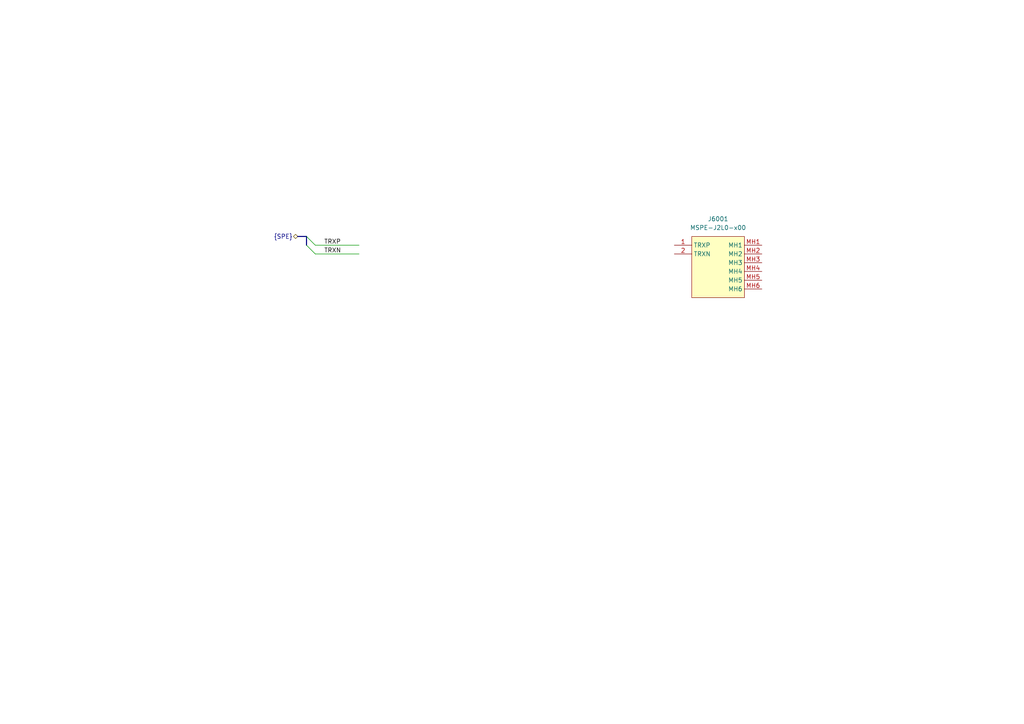
<source format=kicad_sch>
(kicad_sch
	(version 20250114)
	(generator "eeschema")
	(generator_version "9.0")
	(uuid "9faa1aa6-56a6-4dcf-b92e-33e6ac2ae9c4")
	(paper "A4")
	(lib_symbols
		(symbol "ETH-CONN:MSPE-J2L0-x00"
			(exclude_from_sim no)
			(in_bom yes)
			(on_board yes)
			(property "Reference" "J"
				(at 0 5.08 0)
				(effects
					(font
						(size 1.27 1.27)
					)
				)
			)
			(property "Value" "MSPE-J2L0-x00"
				(at 0 2.54 0)
				(effects
					(font
						(size 1.27 1.27)
					)
				)
			)
			(property "Footprint" "project_footprints:MSPEJ2L0x00"
				(at 21.59 -94.92 0)
				(effects
					(font
						(size 1.27 1.27)
					)
					(justify left top)
					(hide yes)
				)
			)
			(property "Datasheet" "https://cdn.amphenol-icc.com/media/wysiwyg/files/drawing/p-mspe-j2l0-b00.pdf"
				(at 21.59 -194.92 0)
				(effects
					(font
						(size 1.27 1.27)
					)
					(justify left top)
					(hide yes)
				)
			)
			(property "Description" "Modular Connectors / Ethernet Connectors MSPE SGL PAIR ETHERNET CABLE"
				(at 0 -20.32 0)
				(effects
					(font
						(size 1.27 1.27)
					)
					(hide yes)
				)
			)
			(property "Height" "6.55"
				(at 21.59 -394.92 0)
				(effects
					(font
						(size 1.27 1.27)
					)
					(justify left top)
					(hide yes)
				)
			)
			(property "Mouser Part Number" "523-MSPE-J2L0-B00"
				(at 21.59 -494.92 0)
				(effects
					(font
						(size 1.27 1.27)
					)
					(justify left top)
					(hide yes)
				)
			)
			(property "Mouser Price/Stock" "https://www.mouser.co.uk/ProductDetail/Amphenol-Commercial-Products/MSPE-J2L0-B00?qs=e8oIoAS2J1QiQnwI3t%2FVjA%3D%3D"
				(at 21.59 -594.92 0)
				(effects
					(font
						(size 1.27 1.27)
					)
					(justify left top)
					(hide yes)
				)
			)
			(property "Manufacturer_Name" "Amphenol"
				(at 21.59 -694.92 0)
				(effects
					(font
						(size 1.27 1.27)
					)
					(justify left top)
					(hide yes)
				)
			)
			(property "Manufacturer_Part_Number" "MSPE-J2L0-B00"
				(at 21.59 -794.92 0)
				(effects
					(font
						(size 1.27 1.27)
					)
					(justify left top)
					(hide yes)
				)
			)
			(symbol "MSPE-J2L0-x00_1_1"
				(rectangle
					(start -7.62 0)
					(end 7.62 -17.78)
					(stroke
						(width 0)
						(type solid)
					)
					(fill
						(type background)
					)
				)
				(pin passive line
					(at -12.7 -2.54 0)
					(length 5.08)
					(name "TRXP"
						(effects
							(font
								(size 1.27 1.27)
							)
						)
					)
					(number "1"
						(effects
							(font
								(size 1.27 1.27)
							)
						)
					)
				)
				(pin passive line
					(at -12.7 -5.08 0)
					(length 5.08)
					(name "TRXN"
						(effects
							(font
								(size 1.27 1.27)
							)
						)
					)
					(number "2"
						(effects
							(font
								(size 1.27 1.27)
							)
						)
					)
				)
				(pin passive line
					(at 12.7 -2.54 180)
					(length 5.08)
					(name "MH1"
						(effects
							(font
								(size 1.27 1.27)
							)
						)
					)
					(number "MH1"
						(effects
							(font
								(size 1.27 1.27)
							)
						)
					)
				)
				(pin passive line
					(at 12.7 -5.08 180)
					(length 5.08)
					(name "MH2"
						(effects
							(font
								(size 1.27 1.27)
							)
						)
					)
					(number "MH2"
						(effects
							(font
								(size 1.27 1.27)
							)
						)
					)
				)
				(pin passive line
					(at 12.7 -7.62 180)
					(length 5.08)
					(name "MH3"
						(effects
							(font
								(size 1.27 1.27)
							)
						)
					)
					(number "MH3"
						(effects
							(font
								(size 1.27 1.27)
							)
						)
					)
				)
				(pin passive line
					(at 12.7 -10.16 180)
					(length 5.08)
					(name "MH4"
						(effects
							(font
								(size 1.27 1.27)
							)
						)
					)
					(number "MH4"
						(effects
							(font
								(size 1.27 1.27)
							)
						)
					)
				)
				(pin passive line
					(at 12.7 -12.7 180)
					(length 5.08)
					(name "MH5"
						(effects
							(font
								(size 1.27 1.27)
							)
						)
					)
					(number "MH5"
						(effects
							(font
								(size 1.27 1.27)
							)
						)
					)
				)
				(pin passive line
					(at 12.7 -15.24 180)
					(length 5.08)
					(name "MH6"
						(effects
							(font
								(size 1.27 1.27)
							)
						)
					)
					(number "MH6"
						(effects
							(font
								(size 1.27 1.27)
							)
						)
					)
				)
			)
			(embedded_fonts no)
		)
	)
	(bus_entry
		(at 88.9 71.12)
		(size 2.54 2.54)
		(stroke
			(width 0)
			(type default)
		)
		(uuid "07576da8-8c1e-4d15-9643-11779609d8e6")
	)
	(bus_entry
		(at 88.9 68.58)
		(size 2.54 2.54)
		(stroke
			(width 0)
			(type default)
		)
		(uuid "be2dda41-360a-43c6-92b8-2b72919459fb")
	)
	(wire
		(pts
			(xy 91.44 71.12) (xy 104.14 71.12)
		)
		(stroke
			(width 0)
			(type default)
		)
		(uuid "0e967727-c9b7-4ae1-ba4f-0c651416fc30")
	)
	(bus
		(pts
			(xy 88.9 68.58) (xy 88.9 71.12)
		)
		(stroke
			(width 0)
			(type default)
		)
		(uuid "8de5fe5e-c906-42aa-b21d-83e76c5beb75")
	)
	(bus
		(pts
			(xy 86.36 68.58) (xy 88.9 68.58)
		)
		(stroke
			(width 0)
			(type default)
		)
		(uuid "a0298db3-c76e-4332-bc1d-d4bb6228db9b")
	)
	(wire
		(pts
			(xy 91.44 73.66) (xy 104.14 73.66)
		)
		(stroke
			(width 0)
			(type default)
		)
		(uuid "b946a03e-f17b-46c4-b578-ede1eae739c3")
	)
	(label "TRXN"
		(at 93.98 73.66 0)
		(effects
			(font
				(size 1.27 1.27)
			)
			(justify left bottom)
		)
		(uuid "c5e11507-369d-4bc7-8e5d-df1ae2258fce")
	)
	(label "TRXP"
		(at 93.98 71.12 0)
		(effects
			(font
				(size 1.27 1.27)
			)
			(justify left bottom)
		)
		(uuid "de99983e-5d97-4cea-8d03-d4c8264b2b56")
	)
	(hierarchical_label "{SPE}"
		(shape bidirectional)
		(at 86.36 68.58 180)
		(effects
			(font
				(size 1.27 1.27)
			)
			(justify right)
		)
		(uuid "3ac9eb33-9852-4014-96e3-700de3423d39")
	)
	(symbol
		(lib_id "ETH-CONN:MSPE-J2L0-x00")
		(at 208.28 68.58 0)
		(unit 1)
		(exclude_from_sim no)
		(in_bom yes)
		(on_board yes)
		(dnp no)
		(fields_autoplaced yes)
		(uuid "7cc532d4-b267-44ce-94f9-3675d223a831")
		(property "Reference" "J6001"
			(at 208.28 63.5 0)
			(effects
				(font
					(size 1.27 1.27)
				)
			)
		)
		(property "Value" "MSPE-J2L0-x00"
			(at 208.28 66.04 0)
			(effects
				(font
					(size 1.27 1.27)
				)
			)
		)
		(property "Footprint" "project_footprints:MSPEJ2L0x00"
			(at 229.87 163.5 0)
			(effects
				(font
					(size 1.27 1.27)
				)
				(justify left top)
				(hide yes)
			)
		)
		(property "Datasheet" "https://cdn.amphenol-icc.com/media/wysiwyg/files/drawing/p-mspe-j2l0-b00.pdf"
			(at 229.87 263.5 0)
			(effects
				(font
					(size 1.27 1.27)
				)
				(justify left top)
				(hide yes)
			)
		)
		(property "Description" "Modular Connectors / Ethernet Connectors MSPE SGL PAIR ETHERNET CABLE"
			(at 208.28 88.9 0)
			(effects
				(font
					(size 1.27 1.27)
				)
				(hide yes)
			)
		)
		(property "Height" "6.55"
			(at 229.87 463.5 0)
			(effects
				(font
					(size 1.27 1.27)
				)
				(justify left top)
				(hide yes)
			)
		)
		(property "Mouser Part Number" "523-MSPE-J2L0-B00"
			(at 229.87 563.5 0)
			(effects
				(font
					(size 1.27 1.27)
				)
				(justify left top)
				(hide yes)
			)
		)
		(property "Mouser Price/Stock" "https://www.mouser.co.uk/ProductDetail/Amphenol-Commercial-Products/MSPE-J2L0-B00?qs=e8oIoAS2J1QiQnwI3t%2FVjA%3D%3D"
			(at 229.87 663.5 0)
			(effects
				(font
					(size 1.27 1.27)
				)
				(justify left top)
				(hide yes)
			)
		)
		(property "Manufacturer_Name" "Amphenol"
			(at 229.87 763.5 0)
			(effects
				(font
					(size 1.27 1.27)
				)
				(justify left top)
				(hide yes)
			)
		)
		(property "Manufacturer_Part_Number" "MSPE-J2L0-B00"
			(at 229.87 863.5 0)
			(effects
				(font
					(size 1.27 1.27)
				)
				(justify left top)
				(hide yes)
			)
		)
		(pin "MH3"
			(uuid "5480e781-b054-4cff-b9b0-46d01fa86f16")
		)
		(pin "MH5"
			(uuid "dbeb611b-eeee-47b6-a6c6-2a7ac8c955f8")
		)
		(pin "MH1"
			(uuid "59f3cf22-58ef-4428-a02a-9a4594834b8c")
		)
		(pin "MH6"
			(uuid "a3145cd1-b11d-47e2-9719-a7ccf4782379")
		)
		(pin "MH4"
			(uuid "ed4666e5-0975-443d-b3e1-b123c668ed0f")
		)
		(pin "MH2"
			(uuid "a04b898d-e4ec-4245-85e2-3e1f0dfeb8cb")
		)
		(pin "1"
			(uuid "9bfba379-b501-490f-b597-334ac122e80b")
		)
		(pin "2"
			(uuid "314af130-a27c-496f-a9b6-c8840b334a8b")
		)
		(instances
			(project "jabr-control-v1"
				(path "/f91ec272-d09a-4038-bbbb-962739a92c51/3124e188-7d93-47d9-82c9-cb765ca396d3/ae7374e5-3d79-45a7-a1a6-e5f21fb2a45c"
					(reference "J6001")
					(unit 1)
				)
			)
		)
	)
)

</source>
